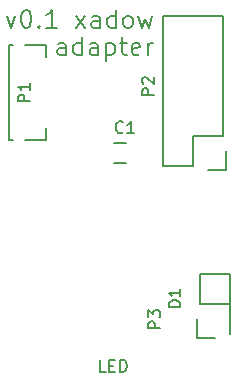
<source format=gto>
G04 #@! TF.FileFunction,Legend,Top*
%FSLAX46Y46*%
G04 Gerber Fmt 4.6, Leading zero omitted, Abs format (unit mm)*
G04 Created by KiCad (PCBNEW 0.201510090346+6256~30~ubuntu14.04.1-product) date Son 11 Okt 2015 11:49:56 CEST*
%MOMM*%
G01*
G04 APERTURE LIST*
%ADD10C,0.200000*%
%ADD11C,0.150000*%
G04 APERTURE END LIST*
D10*
X134000000Y-84028571D02*
X134357143Y-85028571D01*
X134714285Y-84028571D01*
X135571428Y-83528571D02*
X135714285Y-83528571D01*
X135857142Y-83600000D01*
X135928571Y-83671429D01*
X136000000Y-83814286D01*
X136071428Y-84100000D01*
X136071428Y-84457143D01*
X136000000Y-84742857D01*
X135928571Y-84885714D01*
X135857142Y-84957143D01*
X135714285Y-85028571D01*
X135571428Y-85028571D01*
X135428571Y-84957143D01*
X135357142Y-84885714D01*
X135285714Y-84742857D01*
X135214285Y-84457143D01*
X135214285Y-84100000D01*
X135285714Y-83814286D01*
X135357142Y-83671429D01*
X135428571Y-83600000D01*
X135571428Y-83528571D01*
X136714285Y-84885714D02*
X136785713Y-84957143D01*
X136714285Y-85028571D01*
X136642856Y-84957143D01*
X136714285Y-84885714D01*
X136714285Y-85028571D01*
X138214285Y-85028571D02*
X137357142Y-85028571D01*
X137785714Y-85028571D02*
X137785714Y-83528571D01*
X137642857Y-83742857D01*
X137499999Y-83885714D01*
X137357142Y-83957143D01*
X139857142Y-85028571D02*
X140642856Y-84028571D01*
X139857142Y-84028571D02*
X140642856Y-85028571D01*
X141857142Y-85028571D02*
X141857142Y-84242857D01*
X141785713Y-84100000D01*
X141642856Y-84028571D01*
X141357142Y-84028571D01*
X141214285Y-84100000D01*
X141857142Y-84957143D02*
X141714285Y-85028571D01*
X141357142Y-85028571D01*
X141214285Y-84957143D01*
X141142856Y-84814286D01*
X141142856Y-84671429D01*
X141214285Y-84528571D01*
X141357142Y-84457143D01*
X141714285Y-84457143D01*
X141857142Y-84385714D01*
X143214285Y-85028571D02*
X143214285Y-83528571D01*
X143214285Y-84957143D02*
X143071428Y-85028571D01*
X142785714Y-85028571D01*
X142642856Y-84957143D01*
X142571428Y-84885714D01*
X142499999Y-84742857D01*
X142499999Y-84314286D01*
X142571428Y-84171429D01*
X142642856Y-84100000D01*
X142785714Y-84028571D01*
X143071428Y-84028571D01*
X143214285Y-84100000D01*
X144142857Y-85028571D02*
X143999999Y-84957143D01*
X143928571Y-84885714D01*
X143857142Y-84742857D01*
X143857142Y-84314286D01*
X143928571Y-84171429D01*
X143999999Y-84100000D01*
X144142857Y-84028571D01*
X144357142Y-84028571D01*
X144499999Y-84100000D01*
X144571428Y-84171429D01*
X144642857Y-84314286D01*
X144642857Y-84742857D01*
X144571428Y-84885714D01*
X144499999Y-84957143D01*
X144357142Y-85028571D01*
X144142857Y-85028571D01*
X145142857Y-84028571D02*
X145428571Y-85028571D01*
X145714285Y-84314286D01*
X146000000Y-85028571D01*
X146285714Y-84028571D01*
X139000000Y-87328571D02*
X139000000Y-86542857D01*
X138928571Y-86400000D01*
X138785714Y-86328571D01*
X138500000Y-86328571D01*
X138357143Y-86400000D01*
X139000000Y-87257143D02*
X138857143Y-87328571D01*
X138500000Y-87328571D01*
X138357143Y-87257143D01*
X138285714Y-87114286D01*
X138285714Y-86971429D01*
X138357143Y-86828571D01*
X138500000Y-86757143D01*
X138857143Y-86757143D01*
X139000000Y-86685714D01*
X140357143Y-87328571D02*
X140357143Y-85828571D01*
X140357143Y-87257143D02*
X140214286Y-87328571D01*
X139928572Y-87328571D01*
X139785714Y-87257143D01*
X139714286Y-87185714D01*
X139642857Y-87042857D01*
X139642857Y-86614286D01*
X139714286Y-86471429D01*
X139785714Y-86400000D01*
X139928572Y-86328571D01*
X140214286Y-86328571D01*
X140357143Y-86400000D01*
X141714286Y-87328571D02*
X141714286Y-86542857D01*
X141642857Y-86400000D01*
X141500000Y-86328571D01*
X141214286Y-86328571D01*
X141071429Y-86400000D01*
X141714286Y-87257143D02*
X141571429Y-87328571D01*
X141214286Y-87328571D01*
X141071429Y-87257143D01*
X141000000Y-87114286D01*
X141000000Y-86971429D01*
X141071429Y-86828571D01*
X141214286Y-86757143D01*
X141571429Y-86757143D01*
X141714286Y-86685714D01*
X142428572Y-86328571D02*
X142428572Y-87828571D01*
X142428572Y-86400000D02*
X142571429Y-86328571D01*
X142857143Y-86328571D01*
X143000000Y-86400000D01*
X143071429Y-86471429D01*
X143142858Y-86614286D01*
X143142858Y-87042857D01*
X143071429Y-87185714D01*
X143000000Y-87257143D01*
X142857143Y-87328571D01*
X142571429Y-87328571D01*
X142428572Y-87257143D01*
X143571429Y-86328571D02*
X144142858Y-86328571D01*
X143785715Y-85828571D02*
X143785715Y-87114286D01*
X143857143Y-87257143D01*
X144000001Y-87328571D01*
X144142858Y-87328571D01*
X145214286Y-87257143D02*
X145071429Y-87328571D01*
X144785715Y-87328571D01*
X144642858Y-87257143D01*
X144571429Y-87114286D01*
X144571429Y-86542857D01*
X144642858Y-86400000D01*
X144785715Y-86328571D01*
X145071429Y-86328571D01*
X145214286Y-86400000D01*
X145285715Y-86542857D01*
X145285715Y-86685714D01*
X144571429Y-86828571D01*
X145928572Y-87328571D02*
X145928572Y-86328571D01*
X145928572Y-86614286D02*
X146000000Y-86471429D01*
X146071429Y-86400000D01*
X146214286Y-86328571D01*
X146357143Y-86328571D01*
X135500000Y-94500000D02*
X137300000Y-94500000D01*
X137300000Y-94500000D02*
X137300000Y-93525000D01*
X135500000Y-86525000D02*
X137300000Y-86525000D01*
X137300000Y-86525000D02*
X137300000Y-87475000D01*
X134500000Y-86525000D02*
X134150000Y-86525000D01*
X134150000Y-86525000D02*
X134150000Y-94450000D01*
X134150000Y-94450000D02*
X134150000Y-94475000D01*
X134150000Y-94500000D02*
X134500000Y-94500000D01*
D11*
X147190000Y-96770000D02*
X147190000Y-84070000D01*
X147190000Y-84070000D02*
X152270000Y-84070000D01*
X152270000Y-84070000D02*
X152270000Y-94230000D01*
X147190000Y-96770000D02*
X149730000Y-96770000D01*
X151000000Y-97050000D02*
X152550000Y-97050000D01*
X149730000Y-96770000D02*
X149730000Y-94230000D01*
X149730000Y-94230000D02*
X152270000Y-94230000D01*
X152550000Y-97050000D02*
X152550000Y-95500000D01*
X143100000Y-96450000D02*
X144100000Y-96450000D01*
X144100000Y-94750000D02*
X143100000Y-94750000D01*
X151638000Y-111278000D02*
X150088000Y-111278000D01*
X150088000Y-109728000D02*
X150088000Y-111278000D01*
X152908000Y-110998000D02*
X152908000Y-108458000D01*
X150368000Y-105918000D02*
X150368000Y-108458000D01*
X150368000Y-108458000D02*
X152908000Y-108458000D01*
X152908000Y-108458000D02*
X152908000Y-105918000D01*
X152908000Y-105918000D02*
X150368000Y-105918000D01*
D10*
X148704381Y-108688095D02*
X147704381Y-108688095D01*
X147704381Y-108450000D01*
X147752000Y-108307142D01*
X147847238Y-108211904D01*
X147942476Y-108164285D01*
X148132952Y-108116666D01*
X148275810Y-108116666D01*
X148466286Y-108164285D01*
X148561524Y-108211904D01*
X148656762Y-108307142D01*
X148704381Y-108450000D01*
X148704381Y-108688095D01*
X148704381Y-107164285D02*
X148704381Y-107735714D01*
X148704381Y-107450000D02*
X147704381Y-107450000D01*
X147847238Y-107545238D01*
X147942476Y-107640476D01*
X147990095Y-107735714D01*
X142359143Y-114152381D02*
X141882952Y-114152381D01*
X141882952Y-113152381D01*
X142692476Y-113628571D02*
X143025810Y-113628571D01*
X143168667Y-114152381D02*
X142692476Y-114152381D01*
X142692476Y-113152381D01*
X143168667Y-113152381D01*
X143597238Y-114152381D02*
X143597238Y-113152381D01*
X143835333Y-113152381D01*
X143978191Y-113200000D01*
X144073429Y-113295238D01*
X144121048Y-113390476D01*
X144168667Y-113580952D01*
X144168667Y-113723810D01*
X144121048Y-113914286D01*
X144073429Y-114009524D01*
X143978191Y-114104762D01*
X143835333Y-114152381D01*
X143597238Y-114152381D01*
X135952381Y-91263095D02*
X134952381Y-91263095D01*
X134952381Y-90882142D01*
X135000000Y-90786904D01*
X135047619Y-90739285D01*
X135142857Y-90691666D01*
X135285714Y-90691666D01*
X135380952Y-90739285D01*
X135428571Y-90786904D01*
X135476190Y-90882142D01*
X135476190Y-91263095D01*
X135952381Y-89739285D02*
X135952381Y-90310714D01*
X135952381Y-90025000D02*
X134952381Y-90025000D01*
X135095238Y-90120238D01*
X135190476Y-90215476D01*
X135238095Y-90310714D01*
D11*
X146452381Y-90738095D02*
X145452381Y-90738095D01*
X145452381Y-90357142D01*
X145500000Y-90261904D01*
X145547619Y-90214285D01*
X145642857Y-90166666D01*
X145785714Y-90166666D01*
X145880952Y-90214285D01*
X145928571Y-90261904D01*
X145976190Y-90357142D01*
X145976190Y-90738095D01*
X145547619Y-89785714D02*
X145500000Y-89738095D01*
X145452381Y-89642857D01*
X145452381Y-89404761D01*
X145500000Y-89309523D01*
X145547619Y-89261904D01*
X145642857Y-89214285D01*
X145738095Y-89214285D01*
X145880952Y-89261904D01*
X146452381Y-89833333D01*
X146452381Y-89214285D01*
X143833334Y-93857143D02*
X143785715Y-93904762D01*
X143642858Y-93952381D01*
X143547620Y-93952381D01*
X143404762Y-93904762D01*
X143309524Y-93809524D01*
X143261905Y-93714286D01*
X143214286Y-93523810D01*
X143214286Y-93380952D01*
X143261905Y-93190476D01*
X143309524Y-93095238D01*
X143404762Y-93000000D01*
X143547620Y-92952381D01*
X143642858Y-92952381D01*
X143785715Y-93000000D01*
X143833334Y-93047619D01*
X144785715Y-93952381D02*
X144214286Y-93952381D01*
X144500000Y-93952381D02*
X144500000Y-92952381D01*
X144404762Y-93095238D01*
X144309524Y-93190476D01*
X144214286Y-93238095D01*
X146990381Y-110466095D02*
X145990381Y-110466095D01*
X145990381Y-110085142D01*
X146038000Y-109989904D01*
X146085619Y-109942285D01*
X146180857Y-109894666D01*
X146323714Y-109894666D01*
X146418952Y-109942285D01*
X146466571Y-109989904D01*
X146514190Y-110085142D01*
X146514190Y-110466095D01*
X145990381Y-109561333D02*
X145990381Y-108942285D01*
X146371333Y-109275619D01*
X146371333Y-109132761D01*
X146418952Y-109037523D01*
X146466571Y-108989904D01*
X146561810Y-108942285D01*
X146799905Y-108942285D01*
X146895143Y-108989904D01*
X146942762Y-109037523D01*
X146990381Y-109132761D01*
X146990381Y-109418476D01*
X146942762Y-109513714D01*
X146895143Y-109561333D01*
M02*

</source>
